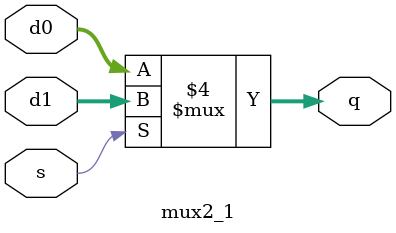
<source format=v>
module mux2_1 #( parameter DATA_WIDTH = 10 )
               ( d0, d1, s, q );

    // ports
    input                         s;
    input      [ DATA_WIDTH-1:0 ] d0, d1; 
    output reg [ DATA_WIDTH-1:0 ] q;

    // update output q on any signal change
    always @( d0, d1, s )
        if( s == 0 )
            q = d0;
        else
            q = d1;

endmodule

</source>
